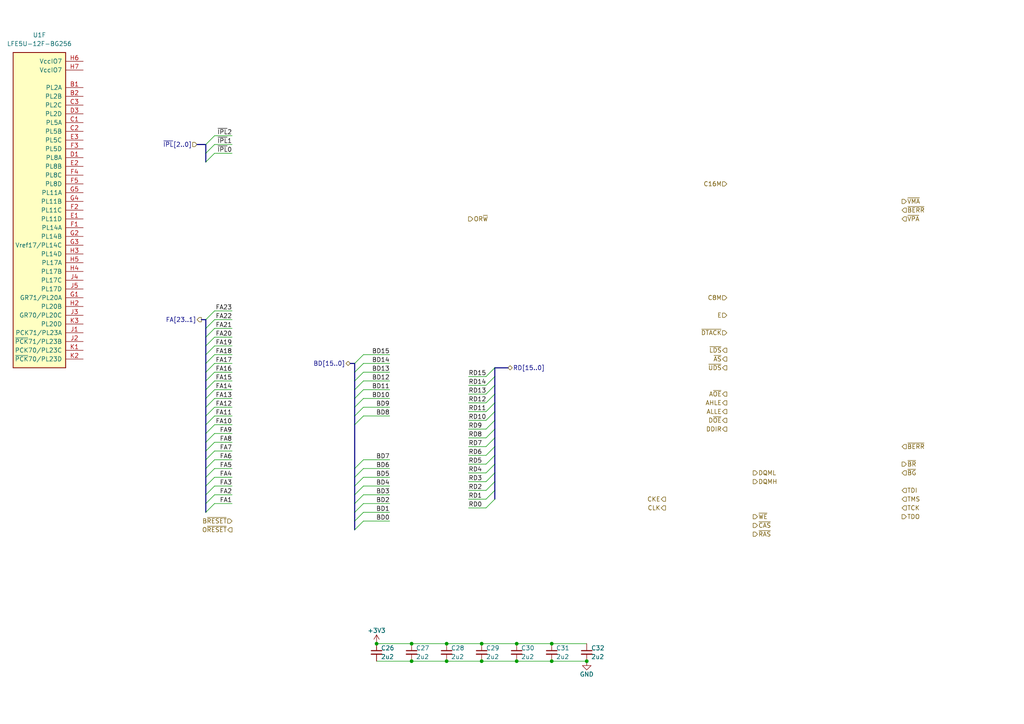
<source format=kicad_sch>
(kicad_sch (version 20230121) (generator eeschema)
  (paper "A4")
  (lib_symbols
    (symbol "Device:C_Small" (pin_numbers hide) (pin_names (offset 0.254) hide)
      (property "Reference" "C" (at 0.254 1.778 0))
      (property "Value" "C_Small" (at 0.254 -2.032 0))
      (symbol "C_Small_0_1"
        (polyline (pts (xy -1.524 -0.508) (xy 1.524 -0.508)) (stroke (width 0.3302)))
        (polyline (pts (xy -1.524 0.508) (xy 1.524 0.508)) (stroke (width 0.3048)))
      )
      (symbol "C_Small_1_1"
        (pin passive line (at 0 2.54 270) (length 2.032) (name "~") (number "1"))
        (pin passive line (at 0 -2.54 90) (length 2.032) (name "~") (number "2"))
      )
    )
    (symbol "GW_PLD:LFE5U-12F-BG256" (pin_names (offset 1.016))
      (property "Reference" "U" (at 0 19.05 0))
      (property "Value" "LFE5U-12F-BG256" (at -3.81 16.51 90))
      (symbol "LFE5U-12F-BG256_1_1"
        (rectangle (start 12.7 17.78) (end -2.54 -53.34) (stroke (width 0.254)) (fill (type background)))
        (pin bidirectional line (at 17.78 7.62 180) (length 5.08) (name "PT4A") (number "A2"))
        (pin bidirectional line (at 17.78 2.54 180) (length 5.08) (name "PT6A") (number "A3"))
        (pin bidirectional line (at 17.78 0 180) (length 5.08) (name "PT6B") (number "A4"))
        (pin bidirectional line (at 17.78 -22.86 180) (length 5.08) (name "PT18A") (number "A5"))
        (pin bidirectional line (at 17.78 -25.4 180) (length 5.08) (name "PT18B") (number "A6"))
        (pin bidirectional line (at 17.78 -48.26 180) (length 5.08) (name "PCK00/PT29A") (number "A7"))
        (pin bidirectional line (at 17.78 -50.8 180) (length 5.08) (name "~{PCK}00/PT29B") (number "A8"))
        (pin bidirectional line (at 17.78 5.08 180) (length 5.08) (name "PT4B") (number "B3"))
        (pin bidirectional line (at 17.78 -10.16 180) (length 5.08) (name "PT11B") (number "B4"))
        (pin bidirectional line (at 17.78 -20.32 180) (length 5.08) (name "PT15B") (number "B5"))
        (pin bidirectional line (at 17.78 -35.56 180) (length 5.08) (name "PT22B") (number "B6"))
        (pin bidirectional line (at 17.78 -45.72 180) (length 5.08) (name "~{PCK}01/PT27B") (number "B7"))
        (pin bidirectional line (at 17.78 -7.62 180) (length 5.08) (name "PT11A") (number "C4"))
        (pin bidirectional line (at 17.78 -17.78 180) (length 5.08) (name "PT15A") (number "C5"))
        (pin bidirectional line (at 17.78 -33.02 180) (length 5.08) (name "PT22A") (number "C6"))
        (pin bidirectional line (at 17.78 -43.18 180) (length 5.08) (name "PCK01/PT27A") (number "C7"))
        (pin bidirectional line (at 17.78 -5.08 180) (length 5.08) (name "PT9B") (number "D4"))
        (pin bidirectional line (at 17.78 -15.24 180) (length 5.08) (name "PT13B") (number "D5"))
        (pin bidirectional line (at 17.78 -30.48 180) (length 5.08) (name "PT20B") (number "D6"))
        (pin bidirectional line (at 17.78 -40.64 180) (length 5.08) (name "GR01/PT24B") (number "D7"))
        (pin bidirectional line (at 17.78 -2.54 180) (length 5.08) (name "PT9A") (number "E4"))
        (pin bidirectional line (at 17.78 -12.7 180) (length 5.08) (name "PT13A") (number "E5"))
        (pin bidirectional line (at 17.78 -27.94 180) (length 5.08) (name "PT20A") (number "E6"))
        (pin bidirectional line (at 17.78 -38.1 180) (length 5.08) (name "GR00/PT24A") (number "E7"))
        (pin power_in line (at 17.78 15.24 180) (length 5.08) (name "VccIO0") (number "F6"))
        (pin power_in line (at 17.78 12.7 180) (length 5.08) (name "VccIO0") (number "F7"))
      )
      (symbol "LFE5U-12F-BG256_2_1"
        (rectangle (start 12.7 -73.66) (end -2.54 17.78) (stroke (width 0.254)) (fill (type background)))
        (pin bidirectional line (at 17.78 -15.24 180) (length 5.08) (name "PT42B") (number "A10"))
        (pin bidirectional line (at 17.78 -38.1 180) (length 5.08) (name "PT53A") (number "A11"))
        (pin bidirectional line (at 17.78 -40.64 180) (length 5.08) (name "PT53B") (number "A12"))
        (pin bidirectional line (at 17.78 -63.5 180) (length 5.08) (name "PT65A") (number "A13"))
        (pin bidirectional line (at 17.78 -66.04 180) (length 5.08) (name "PT65B") (number "A14"))
        (pin bidirectional line (at 17.78 -71.12 180) (length 5.08) (name "PT67B") (number "A15"))
        (pin bidirectional line (at 17.78 -12.7 180) (length 5.08) (name "PT42A") (number "A9"))
        (pin bidirectional line (at 17.78 -17.78 180) (length 5.08) (name "PT44A") (number "B10"))
        (pin bidirectional line (at 17.78 -27.94 180) (length 5.08) (name "PT49A") (number "B11"))
        (pin bidirectional line (at 17.78 -43.18 180) (length 5.08) (name "PT56A") (number "B12"))
        (pin bidirectional line (at 17.78 -53.34 180) (length 5.08) (name "PT60A") (number "B13"))
        (pin bidirectional line (at 17.78 -68.58 180) (length 5.08) (name "PT67A") (number "B14"))
        (pin bidirectional line (at 17.78 0 180) (length 5.08) (name "~{PCK}10/PT35B") (number "B8"))
        (pin bidirectional line (at 17.78 -2.54 180) (length 5.08) (name "GR10/PT38A") (number "B9"))
        (pin bidirectional line (at 17.78 -20.32 180) (length 5.08) (name "PT44B") (number "C10"))
        (pin bidirectional line (at 17.78 -30.48 180) (length 5.08) (name "PT49B") (number "C11"))
        (pin bidirectional line (at 17.78 -45.72 180) (length 5.08) (name "PT56B") (number "C12"))
        (pin bidirectional line (at 17.78 -55.88 180) (length 5.08) (name "PT60B") (number "C13"))
        (pin bidirectional line (at 17.78 2.54 180) (length 5.08) (name "PCK10/PT35A") (number "C8"))
        (pin bidirectional line (at 17.78 -5.08 180) (length 5.08) (name "GR11/PT38B") (number "C9"))
        (pin bidirectional line (at 17.78 -22.86 180) (length 5.08) (name "PT47A") (number "D10"))
        (pin bidirectional line (at 17.78 -33.02 180) (length 5.08) (name "PT51A") (number "D11"))
        (pin bidirectional line (at 17.78 -48.26 180) (length 5.08) (name "PT58A") (number "D12"))
        (pin bidirectional line (at 17.78 -58.42 180) (length 5.08) (name "PT62A") (number "D13"))
        (pin bidirectional line (at 17.78 5.08 180) (length 5.08) (name "~{PCK}11/PT33B") (number "D8"))
        (pin bidirectional line (at 17.78 -7.62 180) (length 5.08) (name "PT40A") (number "D9"))
        (pin bidirectional line (at 17.78 -25.4 180) (length 5.08) (name "PT47B") (number "E10"))
        (pin bidirectional line (at 17.78 -35.56 180) (length 5.08) (name "PT51B") (number "E11"))
        (pin bidirectional line (at 17.78 -50.8 180) (length 5.08) (name "PT58B") (number "E12"))
        (pin bidirectional line (at 17.78 -60.96 180) (length 5.08) (name "PT62B") (number "E13"))
        (pin bidirectional line (at 17.78 7.62 180) (length 5.08) (name "PCK11/PT33A") (number "E8"))
        (pin bidirectional line (at 17.78 -10.16 180) (length 5.08) (name "PT40B") (number "E9"))
        (pin power_in line (at 17.78 15.24 180) (length 5.08) (name "VccIO1") (number "F10"))
        (pin power_in line (at 17.78 12.7 180) (length 5.08) (name "VccIO1") (number "F11"))
      )
      (symbol "LFE5U-12F-BG256_3_1"
        (rectangle (start -2.54 17.78) (end 12.7 -73.66) (stroke (width 0.254)) (fill (type background)))
        (pin bidirectional line (at 17.78 5.08 180) (length 5.08) (name "S0_IN/PR2B") (number "B15"))
        (pin bidirectional line (at 17.78 7.62 180) (length 5.08) (name "PR2A") (number "B16"))
        (pin bidirectional line (at 17.78 2.54 180) (length 5.08) (name "PR2C") (number "C14"))
        (pin bidirectional line (at 17.78 -5.08 180) (length 5.08) (name "PR5B") (number "C15"))
        (pin bidirectional line (at 17.78 -2.54 180) (length 5.08) (name "PR5A") (number "C16"))
        (pin bidirectional line (at 17.78 0 180) (length 5.08) (name "PR2D") (number "D14"))
        (pin bidirectional line (at 17.78 -12.7 180) (length 5.08) (name "PR8A") (number "D16"))
        (pin bidirectional line (at 17.78 -7.62 180) (length 5.08) (name "PR5C") (number "E14"))
        (pin bidirectional line (at 17.78 -15.24 180) (length 5.08) (name "PR8B") (number "E15"))
        (pin bidirectional line (at 17.78 -30.48 180) (length 5.08) (name "PR11D") (number "E16"))
        (pin bidirectional line (at 17.78 -20.32 180) (length 5.08) (name "PR8D") (number "F12"))
        (pin bidirectional line (at 17.78 -17.78 180) (length 5.08) (name "PR8C") (number "F13"))
        (pin bidirectional line (at 17.78 -10.16 180) (length 5.08) (name "PR5D") (number "F14"))
        (pin bidirectional line (at 17.78 -27.94 180) (length 5.08) (name "PR11C") (number "F15"))
        (pin bidirectional line (at 17.78 -33.02 180) (length 5.08) (name "PR14A") (number "F16"))
        (pin bidirectional line (at 17.78 -22.86 180) (length 5.08) (name "PR11A") (number "G12"))
        (pin bidirectional line (at 17.78 -25.4 180) (length 5.08) (name "PR11B") (number "G13"))
        (pin bidirectional line (at 17.78 -38.1 180) (length 5.08) (name "Vref12/PR14C") (number "G14"))
        (pin bidirectional line (at 17.78 -35.56 180) (length 5.08) (name "PR14B") (number "G15"))
        (pin bidirectional line (at 17.78 -53.34 180) (length 5.08) (name "GR21/PR20A") (number "G16"))
        (pin power_in line (at 17.78 15.24 180) (length 5.08) (name "VccIO2") (number "H11"))
        (pin bidirectional line (at 17.78 -43.18 180) (length 5.08) (name "PR17A") (number "H12"))
        (pin bidirectional line (at 17.78 -45.72 180) (length 5.08) (name "PR17B") (number "H13"))
        (pin bidirectional line (at 17.78 -40.64 180) (length 5.08) (name "PR14D") (number "H14"))
        (pin bidirectional line (at 17.78 -55.88 180) (length 5.08) (name "PR20B") (number "H15"))
        (pin power_in line (at 17.78 12.7 180) (length 5.08) (name "VccIO2") (number "J11"))
        (pin bidirectional line (at 17.78 -50.8 180) (length 5.08) (name "PR17D") (number "J12"))
        (pin bidirectional line (at 17.78 -48.26 180) (length 5.08) (name "PR17C") (number "J13"))
        (pin bidirectional line (at 17.78 -58.42 180) (length 5.08) (name "GR20/PR20C") (number "J14"))
        (pin bidirectional line (at 17.78 -66.04 180) (length 5.08) (name "~{PCK}21/PR23B") (number "J15"))
        (pin bidirectional line (at 17.78 -63.5 180) (length 5.08) (name "PCK21/PR23A") (number "J16"))
        (pin bidirectional line (at 17.78 -60.96 180) (length 5.08) (name "PR20D") (number "K14"))
        (pin bidirectional line (at 17.78 -71.12 180) (length 5.08) (name "~{PCK}20/PR23D") (number "K15"))
        (pin bidirectional line (at 17.78 -68.58 180) (length 5.08) (name "PCK20/PR23C") (number "K16"))
      )
      (symbol "LFE5U-12F-BG256_4_1"
        (rectangle (start -2.54 17.78) (end 12.7 -73.66) (stroke (width 0.254)) (fill (type background)))
        (pin power_in line (at 17.78 15.24 180) (length 5.08) (name "VccIO3") (number "K11"))
        (pin bidirectional line (at 17.78 -5.08 180) (length 5.08) (name "PR29B") (number "K12"))
        (pin bidirectional line (at 17.78 -2.54 180) (length 5.08) (name "GR30/PR29A") (number "K13"))
        (pin power_in line (at 17.78 12.7 180) (length 5.08) (name "VccIO3") (number "L11"))
        (pin bidirectional line (at 17.78 -10.16 180) (length 5.08) (name "PR29D") (number "L12"))
        (pin bidirectional line (at 17.78 -7.62 180) (length 5.08) (name "GR31/PR26C") (number "L13"))
        (pin bidirectional line (at 17.78 -17.78 180) (length 5.08) (name "PR32C") (number "L14"))
        (pin bidirectional line (at 17.78 5.08 180) (length 5.08) (name "~{PCK}31/PR26B") (number "L15"))
        (pin bidirectional line (at 17.78 7.62 180) (length 5.08) (name "PCK31/PR26A") (number "L16"))
        (pin bidirectional line (at 17.78 -63.5 180) (length 5.08) (name "PR47A") (number "M11"))
        (pin bidirectional line (at 17.78 -58.42 180) (length 5.08) (name "PR44C") (number "M12"))
        (pin bidirectional line (at 17.78 -27.94 180) (length 5.08) (name "PR35C") (number "M13"))
        (pin bidirectional line (at 17.78 -20.32 180) (length 5.08) (name "PR32D") (number "M14"))
        (pin bidirectional line (at 17.78 0 180) (length 5.08) (name "~{PCK}30/PR26D") (number "M15"))
        (pin bidirectional line (at 17.78 2.54 180) (length 5.08) (name "PCK30/PR26C") (number "M16"))
        (pin bidirectional line (at 17.78 -66.04 180) (length 5.08) (name "PR47B") (number "N11"))
        (pin bidirectional line (at 17.78 -60.96 180) (length 5.08) (name "PR44D") (number "N12"))
        (pin bidirectional line (at 17.78 -33.02 180) (length 5.08) (name "PR38A") (number "N13"))
        (pin bidirectional line (at 17.78 -30.48 180) (length 5.08) (name "PR35D") (number "N14"))
        (pin bidirectional line (at 17.78 -12.7 180) (length 5.08) (name "PR32A") (number "N16"))
        (pin bidirectional line (at 17.78 -68.58 180) (length 5.08) (name "RPLL0/PR47C") (number "P11"))
        (pin bidirectional line (at 17.78 -71.12 180) (length 5.08) (name "~{RPLL}0/PR47D") (number "P12"))
        (pin bidirectional line (at 17.78 -43.18 180) (length 5.08) (name "PR41A") (number "P13"))
        (pin bidirectional line (at 17.78 -35.56 180) (length 5.08) (name "PR38B") (number "P14"))
        (pin bidirectional line (at 17.78 -15.24 180) (length 5.08) (name "PR32B") (number "P15"))
        (pin bidirectional line (at 17.78 -22.86 180) (length 5.08) (name "PR35A") (number "P16"))
        (pin bidirectional line (at 17.78 -53.34 180) (length 5.08) (name "PR44A") (number "R12"))
        (pin bidirectional line (at 17.78 -48.26 180) (length 5.08) (name "PR41C") (number "R13"))
        (pin bidirectional line (at 17.78 -45.72 180) (length 5.08) (name "PR41B") (number "R14"))
        (pin bidirectional line (at 17.78 -38.1 180) (length 5.08) (name "PR38C") (number "R15"))
        (pin bidirectional line (at 17.78 -25.4 180) (length 5.08) (name "Vref13/PR35B") (number "R16"))
        (pin bidirectional line (at 17.78 -55.88 180) (length 5.08) (name "PR44B") (number "T13"))
        (pin bidirectional line (at 17.78 -50.8 180) (length 5.08) (name "PR41D") (number "T14"))
        (pin bidirectional line (at 17.78 -40.64 180) (length 5.08) (name "PR38D") (number "T15"))
      )
      (symbol "LFE5U-12F-BG256_5_1"
        (rectangle (start -2.54 17.78) (end 12.7 -73.66) (stroke (width 0.254)) (fill (type background)))
        (pin power_in line (at 17.78 15.24 180) (length 5.08) (name "VccIO6") (number "J6"))
        (pin power_in line (at 17.78 12.7 180) (length 5.08) (name "VccIO6") (number "J7"))
        (pin bidirectional line (at 17.78 -2.54 180) (length 5.08) (name "GR60/PL29A") (number "K4"))
        (pin bidirectional line (at 17.78 -5.08 180) (length 5.08) (name "PL29B") (number "K5"))
        (pin bidirectional line (at 17.78 7.62 180) (length 5.08) (name "PCK61/PL26A") (number "L1"))
        (pin bidirectional line (at 17.78 5.08 180) (length 5.08) (name "~{PCK}61/PL26B") (number "L2"))
        (pin bidirectional line (at 17.78 -17.78 180) (length 5.08) (name "PL32C") (number "L3"))
        (pin bidirectional line (at 17.78 -7.62 180) (length 5.08) (name "GR61/PL29C") (number "L4"))
        (pin bidirectional line (at 17.78 -10.16 180) (length 5.08) (name "PL29D") (number "L5"))
        (pin bidirectional line (at 17.78 2.54 180) (length 5.08) (name "PCK60/PL26C") (number "M1"))
        (pin bidirectional line (at 17.78 0 180) (length 5.08) (name "~{PCK}60/PL26D") (number "M2"))
        (pin bidirectional line (at 17.78 -20.32 180) (length 5.08) (name "PL32D") (number "M3"))
        (pin bidirectional line (at 17.78 -27.94 180) (length 5.08) (name "PL35C") (number "M4"))
        (pin bidirectional line (at 17.78 -58.42 180) (length 5.08) (name "PL44C") (number "M5"))
        (pin bidirectional line (at 17.78 -63.5 180) (length 5.08) (name "PL47A") (number "M6"))
        (pin bidirectional line (at 17.78 -12.7 180) (length 5.08) (name "PL32A") (number "N1"))
        (pin bidirectional line (at 17.78 -30.48 180) (length 5.08) (name "PL35D") (number "N3"))
        (pin bidirectional line (at 17.78 -33.02 180) (length 5.08) (name "PL38A") (number "N4"))
        (pin bidirectional line (at 17.78 -60.96 180) (length 5.08) (name "PL44D") (number "N5"))
        (pin bidirectional line (at 17.78 -66.04 180) (length 5.08) (name "PL47B") (number "N6"))
        (pin bidirectional line (at 17.78 -22.86 180) (length 5.08) (name "PL35A") (number "P1"))
        (pin bidirectional line (at 17.78 -15.24 180) (length 5.08) (name "PL32B") (number "P2"))
        (pin bidirectional line (at 17.78 -35.56 180) (length 5.08) (name "PL38B") (number "P3"))
        (pin bidirectional line (at 17.78 -43.18 180) (length 5.08) (name "PL41A") (number "P4"))
        (pin bidirectional line (at 17.78 -71.12 180) (length 5.08) (name "~{RPLL}0/PL47D") (number "P5"))
        (pin bidirectional line (at 17.78 -68.58 180) (length 5.08) (name "RPLL0/PL47C") (number "P6"))
        (pin bidirectional line (at 17.78 -25.4 180) (length 5.08) (name "Vref16/PL35B") (number "R1"))
        (pin bidirectional line (at 17.78 -38.1 180) (length 5.08) (name "PL38C") (number "R2"))
        (pin bidirectional line (at 17.78 -45.72 180) (length 5.08) (name "PL41B") (number "R3"))
        (pin bidirectional line (at 17.78 -48.26 180) (length 5.08) (name "PL41C") (number "R4"))
        (pin bidirectional line (at 17.78 -53.34 180) (length 5.08) (name "PL44A") (number "R5"))
        (pin bidirectional line (at 17.78 -40.64 180) (length 5.08) (name "PL38D") (number "T2"))
        (pin bidirectional line (at 17.78 -50.8 180) (length 5.08) (name "PL41D") (number "T3"))
        (pin bidirectional line (at 17.78 -55.88 180) (length 5.08) (name "PL44B") (number "T4"))
      )
      (symbol "LFE5U-12F-BG256_6_1"
        (rectangle (start -2.54 17.78) (end 12.7 -73.66) (stroke (width 0.254)) (fill (type background)))
        (pin bidirectional line (at 17.78 7.62 180) (length 5.08) (name "PL2A") (number "B1"))
        (pin bidirectional line (at 17.78 5.08 180) (length 5.08) (name "PL2B") (number "B2"))
        (pin bidirectional line (at 17.78 -2.54 180) (length 5.08) (name "PL5A") (number "C1"))
        (pin bidirectional line (at 17.78 -5.08 180) (length 5.08) (name "PL5B") (number "C2"))
        (pin bidirectional line (at 17.78 2.54 180) (length 5.08) (name "PL2C") (number "C3"))
        (pin bidirectional line (at 17.78 -12.7 180) (length 5.08) (name "PL8A") (number "D1"))
        (pin bidirectional line (at 17.78 0 180) (length 5.08) (name "PL2D") (number "D3"))
        (pin bidirectional line (at 17.78 -30.48 180) (length 5.08) (name "PL11D") (number "E1"))
        (pin bidirectional line (at 17.78 -15.24 180) (length 5.08) (name "PL8B") (number "E2"))
        (pin bidirectional line (at 17.78 -7.62 180) (length 5.08) (name "PL5C") (number "E3"))
        (pin bidirectional line (at 17.78 -33.02 180) (length 5.08) (name "PL14A") (number "F1"))
        (pin bidirectional line (at 17.78 -27.94 180) (length 5.08) (name "PL11C") (number "F2"))
        (pin bidirectional line (at 17.78 -10.16 180) (length 5.08) (name "PL5D") (number "F3"))
        (pin bidirectional line (at 17.78 -17.78 180) (length 5.08) (name "PL8C") (number "F4"))
        (pin bidirectional line (at 17.78 -20.32 180) (length 5.08) (name "PL8D") (number "F5"))
        (pin bidirectional line (at 17.78 -53.34 180) (length 5.08) (name "GR71/PL20A") (number "G1"))
        (pin bidirectional line (at 17.78 -35.56 180) (length 5.08) (name "PL14B") (number "G2"))
        (pin bidirectional line (at 17.78 -38.1 180) (length 5.08) (name "Vref17/PL14C") (number "G3"))
        (pin bidirectional line (at 17.78 -25.4 180) (length 5.08) (name "PL11B") (number "G4"))
        (pin bidirectional line (at 17.78 -22.86 180) (length 5.08) (name "PL11A") (number "G5"))
        (pin bidirectional line (at 17.78 -55.88 180) (length 5.08) (name "PL20B") (number "H2"))
        (pin bidirectional line (at 17.78 -40.64 180) (length 5.08) (name "PL14D") (number "H3"))
        (pin bidirectional line (at 17.78 -45.72 180) (length 5.08) (name "PL17B") (number "H4"))
        (pin bidirectional line (at 17.78 -43.18 180) (length 5.08) (name "PL17A") (number "H5"))
        (pin power_in line (at 17.78 15.24 180) (length 5.08) (name "VccIO7") (number "H6"))
        (pin power_in line (at 17.78 12.7 180) (length 5.08) (name "VccIO7") (number "H7"))
        (pin bidirectional line (at 17.78 -63.5 180) (length 5.08) (name "PCK71/PL23A") (number "J1"))
        (pin bidirectional line (at 17.78 -66.04 180) (length 5.08) (name "~{PCK}71/PL23B") (number "J2"))
        (pin bidirectional line (at 17.78 -58.42 180) (length 5.08) (name "GR70/PL20C") (number "J3"))
        (pin bidirectional line (at 17.78 -48.26 180) (length 5.08) (name "PL17C") (number "J4"))
        (pin bidirectional line (at 17.78 -50.8 180) (length 5.08) (name "PL17D") (number "J5"))
        (pin bidirectional line (at 17.78 -68.58 180) (length 5.08) (name "PCK70/PL23C") (number "K1"))
        (pin bidirectional line (at 17.78 -71.12 180) (length 5.08) (name "~{PCK}70/PL23D") (number "K2"))
        (pin bidirectional line (at 17.78 -60.96 180) (length 5.08) (name "PL20D") (number "K3"))
      )
      (symbol "LFE5U-12F-BG256_7_1"
        (rectangle (start -2.54 17.78) (end 12.7 -50.8) (stroke (width 0.254)) (fill (type background)))
        (pin power_in line (at 17.78 15.24 180) (length 5.08) (name "VccIO8") (number "L6"))
        (pin output line (at 17.78 -40.64 180) (length 5.08) (name "TDO") (number "M10"))
        (pin bidirectional line (at 17.78 -2.54 180) (length 5.08) (name "PB9B/D2") (number "M7"))
        (pin bidirectional line (at 17.78 -17.78 180) (length 5.08) (name "~{CSO}/PB15B") (number "M8"))
        (pin bidirectional line (at 17.78 -20.32 180) (length 5.08) (name "~{WRITE}/PB18A") (number "M9"))
        (pin input line (at 17.78 -33.02 180) (length 5.08) (name "CFG0") (number "N10"))
        (pin bidirectional line (at 17.78 0 180) (length 5.08) (name "PB9A/D3") (number "N7"))
        (pin bidirectional line (at 17.78 -15.24 180) (length 5.08) (name "M~{CS}/PB15A") (number "N8"))
        (pin bidirectional line (at 17.78 -25.4 180) (length 5.08) (name "CCLK") (number "N9"))
        (pin input line (at 17.78 -35.56 180) (length 5.08) (name "CFG1") (number "P10"))
        (pin bidirectional line (at 17.78 2.54 180) (length 5.08) (name "MOSI2/PB6B") (number "P7"))
        (pin bidirectional line (at 17.78 -12.7 180) (length 5.08) (name "S~{CS}1/PB13B") (number "P8"))
        (pin open_collector line (at 17.78 -30.48 180) (length 5.08) (name "DONE") (number "P9"))
        (pin input line (at 17.78 -38.1 180) (length 5.08) (name "CFG2") (number "R10"))
        (pin input line (at 17.78 -45.72 180) (length 5.08) (name "TDI") (number "R11"))
        (pin bidirectional line (at 17.78 7.62 180) (length 5.08) (name "PB4B") (number "R6"))
        (pin bidirectional line (at 17.78 5.08 180) (length 5.08) (name "MISO2/PB6A") (number "R7"))
        (pin bidirectional line (at 17.78 -10.16 180) (length 5.08) (name "S~{CS}/PB13A") (number "R8"))
        (pin input line (at 17.78 -27.94 180) (length 5.08) (name "~{PROGRAM}") (number "R9"))
        (pin input line (at 17.78 -43.18 180) (length 5.08) (name "TCK") (number "T10"))
        (pin input line (at 17.78 -48.26 180) (length 5.08) (name "TMS") (number "T11"))
        (pin bidirectional line (at 17.78 10.16 180) (length 5.08) (name "PB4A") (number "T6"))
        (pin bidirectional line (at 17.78 -5.08 180) (length 5.08) (name "MISO/PB11A") (number "T7"))
        (pin bidirectional line (at 17.78 -7.62 180) (length 5.08) (name "MOSI/PB11B") (number "T8"))
        (pin open_collector line (at 17.78 -22.86 180) (length 5.08) (name "~{INIT}") (number "T9"))
      )
      (symbol "LFE5U-12F-BG256_8_1"
        (rectangle (start 7.62 -78.74) (end -2.54 17.78) (stroke (width 0.254)) (fill (type background)))
        (pin power_in line (at 12.7 -71.12 180) (length 5.08) (name "GND") (number "A1"))
        (pin power_in line (at 12.7 -10.16 180) (length 5.08) (name "GND") (number "A16"))
        (pin power_in line (at 12.7 -17.78 180) (length 5.08) (name "GND") (number "D15"))
        (pin power_in line (at 12.7 -66.04 180) (length 5.08) (name "GND") (number "D2"))
        (pin power_in line (at 12.7 -45.72 180) (length 5.08) (name "GND") (number "F8"))
        (pin power_in line (at 12.7 -40.64 180) (length 5.08) (name "GND") (number "F9"))
        (pin power_in line (at 12.7 -25.4 180) (length 5.08) (name "GND") (number "G10"))
        (pin power_in line (at 12.7 15.24 180) (length 5.08) (name "VccAUX") (number "G11"))
        (pin power_in line (at 12.7 -5.08 180) (length 5.08) (name "Vcc") (number "G6"))
        (pin power_in line (at 12.7 -2.54 180) (length 5.08) (name "Vcc") (number "G7"))
        (pin power_in line (at 12.7 -48.26 180) (length 5.08) (name "GND") (number "G8"))
        (pin power_in line (at 12.7 5.08 180) (length 5.08) (name "Vcc") (number "G9"))
        (pin power_in line (at 12.7 -73.66 180) (length 5.08) (name "GND") (number "H1"))
        (pin power_in line (at 12.7 -27.94 180) (length 5.08) (name "GND") (number "H10"))
        (pin power_in line (at 12.7 -12.7 180) (length 5.08) (name "GND") (number "H16"))
        (pin power_in line (at 12.7 -50.8 180) (length 5.08) (name "GND") (number "H8"))
        (pin power_in line (at 12.7 -35.56 180) (length 5.08) (name "GND") (number "H9"))
        (pin power_in line (at 12.7 -30.48 180) (length 5.08) (name "GND") (number "J10"))
        (pin power_in line (at 12.7 -53.34 180) (length 5.08) (name "GND") (number "J8"))
        (pin power_in line (at 12.7 -38.1 180) (length 5.08) (name "GND") (number "J9"))
        (pin power_in line (at 12.7 -33.02 180) (length 5.08) (name "GND") (number "K10"))
        (pin power_in line (at 12.7 -60.96 180) (length 5.08) (name "GND") (number "K6"))
        (pin power_in line (at 12.7 -58.42 180) (length 5.08) (name "GND") (number "K7"))
        (pin power_in line (at 12.7 -55.88 180) (length 5.08) (name "GND") (number "K8"))
        (pin power_in line (at 12.7 -43.18 180) (length 5.08) (name "GND") (number "K9"))
        (pin power_in line (at 12.7 7.62 180) (length 5.08) (name "Vcc") (number "L10"))
        (pin power_in line (at 12.7 12.7 180) (length 5.08) (name "VccAUX") (number "L7"))
        (pin power_in line (at 12.7 0 180) (length 5.08) (name "Vcc") (number "L8"))
        (pin power_in line (at 12.7 2.54 180) (length 5.08) (name "Vcc") (number "L9"))
        (pin power_in line (at 12.7 -20.32 180) (length 5.08) (name "GND") (number "N15"))
        (pin power_in line (at 12.7 -68.58 180) (length 5.08) (name "GND") (number "N2"))
        (pin power_in line (at 12.7 -76.2 180) (length 5.08) (name "GND") (number "T1"))
        (pin power_in line (at 12.7 -22.86 180) (length 5.08) (name "GND") (number "T12"))
        (pin power_in line (at 12.7 -15.24 180) (length 5.08) (name "GND") (number "T16"))
        (pin power_in line (at 12.7 -63.5 180) (length 5.08) (name "GND") (number "T5"))
      )
    )
    (symbol "power:+3V3" (power) (pin_names (offset 0))
      (property "Value" "+3V3" (at 0 3.556 0))
      (symbol "+3V3_0_1"
        (polyline (pts (xy -0.762 1.27) (xy 0 2.54)))
        (polyline (pts (xy 0 0) (xy 0 2.54)))
        (polyline (pts (xy 0 2.54) (xy 0.762 1.27)))
      )
      (symbol "+3V3_1_1"
        (pin power_in line (at 0 0 90) (length 0) hide (name "+3V3") (number "1"))
      )
    )
    (symbol "power:GND" (power) (pin_names (offset 0))
      (property "Value" "GND" (at 0 -3.81 0))
      (symbol "GND_0_1"
        (polyline (pts (xy 0 0) (xy 0 -1.27) (xy 1.27 -1.27) (xy 0 -2.54) (xy -1.27 -1.27) (xy 0 -1.27)))
      )
      (symbol "GND_1_1"
        (pin power_in line (at 0 0 270) (length 0) hide (name "GND") (number "1"))
      )
    )
  )
  (junction (at 119.38 191.77))
  (junction (at 129.54 191.77))
  (junction (at 139.7 191.77))
  (junction (at 139.7 186.69))
  (junction (at 119.38 186.69))
  (junction (at 160.02 186.69))
  (junction (at 109.22 186.69))
  (junction (at 149.86 191.77))
  (junction (at 149.86 186.69))
  (junction (at 170.18 191.77))
  (junction (at 160.02 191.77))
  (junction (at 129.54 186.69))
  (bus_entry (at 140.97 127) (size 2.54 -2.54))
  (bus_entry (at 62.23 128.27) (size -2.54 2.54))
  (bus_entry (at 140.97 116.84) (size 2.54 -2.54))
  (bus_entry (at 140.97 121.92) (size 2.54 -2.54))
  (bus_entry (at 62.23 120.65) (size -2.54 2.54))
  (bus_entry (at 62.23 115.57) (size -2.54 2.54))
  (bus_entry (at 140.97 114.3) (size 2.54 -2.54))
  (bus_entry (at 62.23 113.03) (size -2.54 2.54))
  (bus_entry (at 105.41 135.89) (size -2.54 2.54))
  (bus_entry (at 140.97 119.38) (size 2.54 -2.54))
  (bus_entry (at 62.23 95.25) (size -2.54 2.54))
  (bus_entry (at 105.41 118.11) (size -2.54 2.54))
  (bus_entry (at 62.23 100.33) (size -2.54 2.54))
  (bus_entry (at 105.41 107.95) (size -2.54 2.54))
  (bus_entry (at 105.41 115.57) (size -2.54 2.54))
  (bus_entry (at 105.41 102.87) (size -2.54 2.54))
  (bus_entry (at 105.41 105.41) (size -2.54 2.54))
  (bus_entry (at 62.23 130.81) (size -2.54 2.54))
  (bus_entry (at 62.23 39.37) (size -2.54 2.54))
  (bus_entry (at 105.41 120.65) (size -2.54 2.54))
  (bus_entry (at 62.23 102.87) (size -2.54 2.54))
  (bus_entry (at 140.97 142.24) (size 2.54 -2.54))
  (bus_entry (at 62.23 92.71) (size -2.54 2.54))
  (bus_entry (at 105.41 140.97) (size -2.54 2.54))
  (bus_entry (at 62.23 44.45) (size -2.54 2.54))
  (bus_entry (at 105.41 133.35) (size -2.54 2.54))
  (bus_entry (at 62.23 107.95) (size -2.54 2.54))
  (bus_entry (at 105.41 138.43) (size -2.54 2.54))
  (bus_entry (at 62.23 140.97) (size -2.54 2.54))
  (bus_entry (at 62.23 125.73) (size -2.54 2.54))
  (bus_entry (at 140.97 124.46) (size 2.54 -2.54))
  (bus_entry (at 105.41 146.05) (size -2.54 2.54))
  (bus_entry (at 62.23 90.17) (size -2.54 2.54))
  (bus_entry (at 62.23 41.91) (size -2.54 2.54))
  (bus_entry (at 140.97 111.76) (size 2.54 -2.54))
  (bus_entry (at 140.97 132.08) (size 2.54 -2.54))
  (bus_entry (at 105.41 113.03) (size -2.54 2.54))
  (bus_entry (at 62.23 110.49) (size -2.54 2.54))
  (bus_entry (at 105.41 151.13) (size -2.54 2.54))
  (bus_entry (at 140.97 144.78) (size 2.54 -2.54))
  (bus_entry (at 140.97 129.54) (size 2.54 -2.54))
  (bus_entry (at 62.23 133.35) (size -2.54 2.54))
  (bus_entry (at 62.23 97.79) (size -2.54 2.54))
  (bus_entry (at 62.23 123.19) (size -2.54 2.54))
  (bus_entry (at 62.23 105.41) (size -2.54 2.54))
  (bus_entry (at 105.41 143.51) (size -2.54 2.54))
  (bus_entry (at 62.23 135.89) (size -2.54 2.54))
  (bus_entry (at 62.23 143.51) (size -2.54 2.54))
  (bus_entry (at 140.97 137.16) (size 2.54 -2.54))
  (bus_entry (at 62.23 146.05) (size -2.54 2.54))
  (bus_entry (at 140.97 139.7) (size 2.54 -2.54))
  (bus_entry (at 140.97 147.32) (size 2.54 -2.54))
  (bus_entry (at 105.41 148.59) (size -2.54 2.54))
  (bus_entry (at 105.41 110.49) (size -2.54 2.54))
  (bus_entry (at 62.23 138.43) (size -2.54 2.54))
  (bus_entry (at 140.97 134.62) (size 2.54 -2.54))
  (bus_entry (at 140.97 109.22) (size 2.54 -2.54))
  (bus_entry (at 62.23 118.11) (size -2.54 2.54))
  (wire (pts (xy 67.31 130.81) (xy 62.23 130.81)))
  (wire (pts (xy 113.03 138.43) (xy 105.41 138.43)))
  (bus (pts (xy 101.6 105.41) (xy 102.87 105.41)))
  (bus (pts (xy 59.69 120.65) (xy 59.69 123.19)))
  (wire (pts (xy 135.89 147.32) (xy 140.97 147.32)))
  (bus (pts (xy 59.69 110.49) (xy 59.69 113.03)))
  (wire (pts (xy 67.31 110.49) (xy 62.23 110.49)))
  (bus (pts (xy 102.87 110.49) (xy 102.87 113.03)))
  (bus (pts (xy 143.51 127) (xy 143.51 124.46)))
  (wire (pts (xy 113.03 113.03) (xy 105.41 113.03)))
  (wire (pts (xy 135.89 144.78) (xy 140.97 144.78)))
  (bus (pts (xy 59.69 95.25) (xy 59.69 97.79)))
  (bus (pts (xy 59.69 118.11) (xy 59.69 120.65)))
  (wire (pts (xy 109.22 186.69) (xy 119.38 186.69)))
  (bus (pts (xy 59.69 100.33) (xy 59.69 102.87)))
  (wire (pts (xy 135.89 114.3) (xy 140.97 114.3)))
  (wire (pts (xy 113.03 146.05) (xy 105.41 146.05)))
  (bus (pts (xy 102.87 113.03) (xy 102.87 115.57)))
  (wire (pts (xy 67.31 97.79) (xy 62.23 97.79)))
  (wire (pts (xy 135.89 121.92) (xy 140.97 121.92)))
  (wire (pts (xy 67.31 143.51) (xy 62.23 143.51)))
  (bus (pts (xy 102.87 118.11) (xy 102.87 120.65)))
  (wire (pts (xy 119.38 186.69) (xy 129.54 186.69)))
  (wire (pts (xy 67.31 140.97) (xy 62.23 140.97)))
  (wire (pts (xy 135.89 116.84) (xy 140.97 116.84)))
  (bus (pts (xy 59.69 105.41) (xy 59.69 107.95)))
  (wire (pts (xy 67.31 118.11) (xy 62.23 118.11)))
  (bus (pts (xy 59.69 128.27) (xy 59.69 130.81)))
  (bus (pts (xy 59.69 135.89) (xy 59.69 138.43)))
  (wire (pts (xy 160.02 186.69) (xy 170.18 186.69)))
  (bus (pts (xy 57.15 41.91) (xy 59.69 41.91)))
  (bus (pts (xy 143.51 116.84) (xy 143.51 114.3)))
  (bus (pts (xy 102.87 135.89) (xy 102.87 138.43)))
  (wire (pts (xy 67.31 39.37) (xy 62.23 39.37)))
  (bus (pts (xy 59.69 146.05) (xy 59.69 148.59)))
  (wire (pts (xy 139.7 191.77) (xy 149.86 191.77)))
  (bus (pts (xy 102.87 151.13) (xy 102.87 153.67)))
  (wire (pts (xy 67.31 120.65) (xy 62.23 120.65)))
  (wire (pts (xy 67.31 100.33) (xy 62.23 100.33)))
  (wire (pts (xy 113.03 140.97) (xy 105.41 140.97)))
  (wire (pts (xy 135.89 132.08) (xy 140.97 132.08)))
  (bus (pts (xy 59.69 41.91) (xy 59.69 44.45)))
  (bus (pts (xy 59.69 97.79) (xy 59.69 100.33)))
  (wire (pts (xy 67.31 102.87) (xy 62.23 102.87)))
  (bus (pts (xy 143.51 111.76) (xy 143.51 109.22)))
  (wire (pts (xy 135.89 142.24) (xy 140.97 142.24)))
  (bus (pts (xy 143.51 142.24) (xy 143.51 139.7)))
  (bus (pts (xy 59.69 133.35) (xy 59.69 135.89)))
  (bus (pts (xy 59.69 140.97) (xy 59.69 143.51)))
  (wire (pts (xy 135.89 124.46) (xy 140.97 124.46)))
  (wire (pts (xy 113.03 102.87) (xy 105.41 102.87)))
  (wire (pts (xy 67.31 41.91) (xy 62.23 41.91)))
  (wire (pts (xy 129.54 186.69) (xy 139.7 186.69)))
  (wire (pts (xy 160.02 191.77) (xy 170.18 191.77)))
  (wire (pts (xy 67.31 105.41) (xy 62.23 105.41)))
  (wire (pts (xy 135.89 127) (xy 140.97 127)))
  (wire (pts (xy 139.7 186.69) (xy 149.86 186.69)))
  (wire (pts (xy 113.03 115.57) (xy 105.41 115.57)))
  (wire (pts (xy 113.03 143.51) (xy 105.41 143.51)))
  (bus (pts (xy 143.51 119.38) (xy 143.51 116.84)))
  (wire (pts (xy 67.31 90.17) (xy 62.23 90.17)))
  (bus (pts (xy 59.69 138.43) (xy 59.69 140.97)))
  (wire (pts (xy 135.89 139.7) (xy 140.97 139.7)))
  (wire (pts (xy 149.86 186.69) (xy 160.02 186.69)))
  (wire (pts (xy 113.03 148.59) (xy 105.41 148.59)))
  (wire (pts (xy 113.03 133.35) (xy 105.41 133.35)))
  (wire (pts (xy 113.03 107.95) (xy 105.41 107.95)))
  (wire (pts (xy 135.89 111.76) (xy 140.97 111.76)))
  (bus (pts (xy 102.87 115.57) (xy 102.87 118.11)))
  (wire (pts (xy 149.86 191.77) (xy 160.02 191.77)))
  (wire (pts (xy 113.03 118.11) (xy 105.41 118.11)))
  (bus (pts (xy 143.51 124.46) (xy 143.51 121.92)))
  (bus (pts (xy 143.51 106.68) (xy 147.32 106.68)))
  (wire (pts (xy 113.03 110.49) (xy 105.41 110.49)))
  (bus (pts (xy 143.51 129.54) (xy 143.51 127)))
  (bus (pts (xy 102.87 148.59) (xy 102.87 151.13)))
  (bus (pts (xy 59.69 46.99) (xy 59.69 44.45)))
  (wire (pts (xy 67.31 125.73) (xy 62.23 125.73)))
  (bus (pts (xy 102.87 120.65) (xy 102.87 123.19)))
  (bus (pts (xy 102.87 146.05) (xy 102.87 148.59)))
  (wire (pts (xy 119.38 191.77) (xy 129.54 191.77)))
  (wire (pts (xy 67.31 138.43) (xy 62.23 138.43)))
  (bus (pts (xy 143.51 134.62) (xy 143.51 132.08)))
  (bus (pts (xy 59.69 102.87) (xy 59.69 105.41)))
  (wire (pts (xy 109.22 191.77) (xy 119.38 191.77)))
  (wire (pts (xy 113.03 105.41) (xy 105.41 105.41)))
  (bus (pts (xy 143.51 114.3) (xy 143.51 111.76)))
  (wire (pts (xy 135.89 119.38) (xy 140.97 119.38)))
  (bus (pts (xy 143.51 137.16) (xy 143.51 134.62)))
  (bus (pts (xy 58.42 92.71) (xy 59.69 92.71)))
  (bus (pts (xy 102.87 107.95) (xy 102.87 110.49)))
  (bus (pts (xy 59.69 130.81) (xy 59.69 133.35)))
  (bus (pts (xy 59.69 125.73) (xy 59.69 128.27)))
  (wire (pts (xy 67.31 115.57) (xy 62.23 115.57)))
  (wire (pts (xy 67.31 95.25) (xy 62.23 95.25)))
  (wire (pts (xy 113.03 120.65) (xy 105.41 120.65)))
  (wire (pts (xy 113.03 135.89) (xy 105.41 135.89)))
  (bus (pts (xy 102.87 123.19) (xy 102.87 135.89)))
  (wire (pts (xy 67.31 135.89) (xy 62.23 135.89)))
  (wire (pts (xy 67.31 128.27) (xy 62.23 128.27)))
  (wire (pts (xy 135.89 109.22) (xy 140.97 109.22)))
  (wire (pts (xy 67.31 123.19) (xy 62.23 123.19)))
  (wire (pts (xy 113.03 151.13) (xy 105.41 151.13)))
  (bus (pts (xy 143.51 109.22) (xy 143.51 106.68)))
  (bus (pts (xy 143.51 144.78) (xy 143.51 142.24)))
  (bus (pts (xy 143.51 121.92) (xy 143.51 119.38)))
  (bus (pts (xy 102.87 138.43) (xy 102.87 140.97)))
  (bus (pts (xy 59.69 113.03) (xy 59.69 115.57)))
  (wire (pts (xy 67.31 113.03) (xy 62.23 113.03)))
  (wire (pts (xy 135.89 137.16) (xy 140.97 137.16)))
  (bus (pts (xy 59.69 115.57) (xy 59.69 118.11)))
  (bus (pts (xy 143.51 139.7) (xy 143.51 137.16)))
  (wire (pts (xy 67.31 146.05) (xy 62.23 146.05)))
  (wire (pts (xy 67.31 107.95) (xy 62.23 107.95)))
  (bus (pts (xy 59.69 123.19) (xy 59.69 125.73)))
  (wire (pts (xy 135.89 129.54) (xy 140.97 129.54)))
  (bus (pts (xy 59.69 143.51) (xy 59.69 146.05)))
  (bus (pts (xy 59.69 107.95) (xy 59.69 110.49)))
  (wire (pts (xy 67.31 133.35) (xy 62.23 133.35)))
  (bus (pts (xy 102.87 140.97) (xy 102.87 143.51)))
  (bus (pts (xy 102.87 105.41) (xy 102.87 107.95)))
  (wire (pts (xy 135.89 134.62) (xy 140.97 134.62)))
  (bus (pts (xy 102.87 143.51) (xy 102.87 146.05)))
  (bus (pts (xy 59.69 92.71) (xy 59.69 95.25)))
  (wire (pts (xy 129.54 191.77) (xy 139.7 191.77)))
  (bus (pts (xy 143.51 132.08) (xy 143.51 129.54)))
  (wire (pts (xy 67.31 44.45) (xy 62.23 44.45)))
  (wire (pts (xy 67.31 92.71) (xy 62.23 92.71)))
  (label "FA11" (at 67.31 120.65 180))
  (label "RD1" (at 135.89 144.78 0))
  (label "BD8" (at 113.03 120.65 180))
  (label "RD5" (at 135.89 134.62 0))
  (label "BD11" (at 113.03 113.03 180))
  (label "FA5" (at 67.31 135.89 180))
  (label "RD11" (at 135.89 119.38 0))
  (label "FA14" (at 67.31 113.03 180))
  (label "BD1" (at 113.03 148.59 180))
  (label "FA21" (at 67.31 95.25 180))
  (label "FA6" (at 67.31 133.35 180))
  (label "FA4" (at 67.31 138.43 180))
  (label "FA10" (at 67.31 123.19 180))
  (label "RD15" (at 135.89 109.22 0))
  (label "BD5" (at 113.03 138.43 180))
  (label "FA9" (at 67.31 125.73 180))
  (label "BD3" (at 113.03 143.51 180))
  (label "BD9" (at 113.03 118.11 180))
  (label "BD12" (at 113.03 110.49 180))
  (label "RD2" (at 135.89 142.24 0))
  (label "~{IPL}2" (at 67.31 39.37 180))
  (label "RD6" (at 135.89 132.08 0))
  (label "FA22" (at 67.31 92.71 180))
  (label "FA19" (at 67.31 100.33 180))
  (label "FA2" (at 67.31 143.51 180))
  (label "~{IPL}0" (at 67.31 44.45 180))
  (label "BD4" (at 113.03 140.97 180))
  (label "FA17" (at 67.31 105.41 180))
  (label "BD6" (at 113.03 135.89 180))
  (label "FA18" (at 67.31 102.87 180))
  (label "BD0" (at 113.03 151.13 180))
  (label "FA13" (at 67.31 115.57 180))
  (label "FA7" (at 67.31 130.81 180))
  (label "FA20" (at 67.31 97.79 180))
  (label "RD0" (at 135.89 147.32 0))
  (label "RD10" (at 135.89 121.92 0))
  (label "BD7" (at 113.03 133.35 180))
  (label "FA15" (at 67.31 110.49 180))
  (label "FA23" (at 67.31 90.17 180))
  (label "RD9" (at 135.89 124.46 0))
  (label "BD15" (at 113.03 102.87 180))
  (label "BD14" (at 113.03 105.41 180))
  (label "FA12" (at 67.31 118.11 180))
  (label "~{IPL}1" (at 67.31 41.91 180))
  (label "RD12" (at 135.89 116.84 0))
  (label "RD14" (at 135.89 111.76 0))
  (label "BD13" (at 113.03 107.95 180))
  (label "BD10" (at 113.03 115.57 180))
  (label "RD7" (at 135.89 129.54 0))
  (label "FA1" (at 67.31 146.05 180))
  (label "FA3" (at 67.31 140.97 180))
  (label "RD13" (at 135.89 114.3 0))
  (label "FA8" (at 67.31 128.27 180))
  (label "RD4" (at 135.89 137.16 0))
  (label "BD2" (at 113.03 146.05 180))
  (label "RD3" (at 135.89 139.7 0))
  (label "FA16" (at 67.31 107.95 180))
  (label "RD8" (at 135.89 127 0))
  (hierarchical_label "ALLE" (shape output) (at 210.82 119.38 180))
  (hierarchical_label "TCK" (shape input) (at 261.62 147.32 0))
  (hierarchical_label "B~{RESET}" (shape input) (at 67.31 151.13 180))
  (hierarchical_label "~{RAS}" (shape output) (at 218.44 154.94 0))
  (hierarchical_label "~{WE}" (shape output) (at 218.44 149.86 0))
  (hierarchical_label "~{BG}" (shape input) (at 261.62 137.16 0))
  (hierarchical_label "~{UDS}" (shape output) (at 210.82 106.68 180))
  (hierarchical_label "~{IPL}[2..0]" (shape input) (at 57.15 41.91 180))
  (hierarchical_label "D~{OE}" (shape output) (at 210.82 121.92 180))
  (hierarchical_label "DQML" (shape output) (at 218.44 137.16 0))
  (hierarchical_label "TDO" (shape output) (at 261.62 149.86 0))
  (hierarchical_label "DQMH" (shape output) (at 218.44 139.7 0))
  (hierarchical_label "TDI" (shape input) (at 261.62 142.24 0))
  (hierarchical_label "~{VMA}" (shape output) (at 261.62 58.42 0))
  (hierarchical_label "~{AS}" (shape output) (at 210.82 104.14 180))
  (hierarchical_label "C8M" (shape input) (at 210.82 86.36 180))
  (hierarchical_label "TMS" (shape input) (at 261.62 144.78 0))
  (hierarchical_label "RD[15..0]" (shape bidirectional) (at 147.32 106.68 0))
  (hierarchical_label "CKE" (shape output) (at 193.04 144.78 180))
  (hierarchical_label "O~{RESET}" (shape output) (at 67.31 153.67 180))
  (hierarchical_label "~{BERR}" (shape input) (at 261.62 60.96 0))
  (hierarchical_label "~{LDS}" (shape output) (at 210.82 101.6 180))
  (hierarchical_label "~{DTACK}" (shape input) (at 210.82 96.52 180))
  (hierarchical_label "OR~{W}" (shape output) (at 135.89 63.5 0))
  (hierarchical_label "C16M" (shape input) (at 210.82 53.34 180))
  (hierarchical_label "~{VPA}" (shape input) (at 261.62 63.5 0))
  (hierarchical_label "~{CAS}" (shape output) (at 218.44 152.4 0))
  (hierarchical_label "FA[23..1]" (shape output) (at 58.42 92.71 180))
  (hierarchical_label "E" (shape input) (at 210.82 91.44 180))
  (hierarchical_label "~{BR}" (shape output) (at 261.62 134.62 0))
  (hierarchical_label "A~{OE}" (shape output) (at 210.82 114.3 180))
  (hierarchical_label "DDIR" (shape output) (at 210.82 124.46 180))
  (hierarchical_label "CLK" (shape output) (at 193.04 147.32 180))
  (hierarchical_label "~{BERR}" (shape input) (at 261.62 129.54 0))
  (hierarchical_label "BD[15..0]" (shape bidirectional) (at 101.6 105.41 180))
  (hierarchical_label "AHLE" (shape output) (at 210.82 116.84 180))
  (symbol (lib_id "Device:C_Small") (at 119.38 189.23 0) (unit 1)
    (property "Reference" "C27" (at 120.65 187.96 0) (effects (justify left)))
    (property "Value" "2u2" (at 120.65 190.5 0) (effects (justify left)))
    (property "Footprint" "stdpads:C_0603" (effects hide))
    (property "LCSC Part" "C23630" (effects hide))
  )
  (symbol (lib_id "Device:C_Small") (at 129.54 189.23 0) (unit 1)
    (property "Reference" "C28" (at 130.81 187.96 0) (effects (justify left)))
    (property "Value" "2u2" (at 130.81 190.5 0) (effects (justify left)))
    (property "Footprint" "stdpads:C_0603" (effects hide))
    (property "LCSC Part" "C23630" (effects hide))
  )
  (symbol (lib_id "Device:C_Small") (at 139.7 189.23 0) (unit 1)
    (property "Reference" "C29" (at 140.97 187.96 0) (effects (justify left)))
    (property "Value" "2u2" (at 140.97 190.5 0) (effects (justify left)))
    (property "Footprint" "stdpads:C_0603" (effects hide))
    (property "LCSC Part" "C23630" (effects hide))
  )
  (symbol (lib_id "power:+3V3") (at 109.22 186.69 0) (unit 1)
    (property "Reference" "#PWR0158" (effects hide))
    (property "Value" "+3V3" (at 109.22 182.88 0))
  )
  (symbol (lib_id "Device:C_Small") (at 109.22 189.23 0) (unit 1)
    (property "Reference" "C26" (at 110.49 187.96 0) (effects (justify left)))
    (property "Value" "2u2" (at 110.49 190.5 0) (effects (justify left)))
    (property "Footprint" "stdpads:C_0603" (effects hide))
    (property "LCSC Part" "C23630" (effects hide))
  )
  (symbol (lib_id "Device:C_Small") (at 160.02 189.23 0) (unit 1)
    (property "Reference" "C31" (at 161.29 187.96 0) (effects (justify left)))
    (property "Value" "2u2" (at 161.29 190.5 0) (effects (justify left)))
    (property "Footprint" "stdpads:C_0603" (effects hide))
    (property "LCSC Part" "C23630" (effects hide))
  )
  (symbol (lib_id "Device:C_Small") (at 149.86 189.23 0) (unit 1)
    (property "Reference" "C30" (at 151.13 187.96 0) (effects (justify left)))
    (property "Value" "2u2" (at 151.13 190.5 0) (effects (justify left)))
    (property "Footprint" "stdpads:C_0603" (effects hide))
    (property "LCSC Part" "C23630" (effects hide))
  )
  (symbol (lib_id "power:GND") (at 170.18 191.77 0) (mirror y) (unit 1)
    (property "Reference" "#PWR0159" (effects hide))
    (property "Value" "GND" (at 170.18 195.58 0))
  )
  (symbol (lib_id "Device:C_Small") (at 170.18 189.23 0) (unit 1)
    (property "Reference" "C32" (at 171.45 187.96 0) (effects (justify left)))
    (property "Value" "2u2" (at 171.45 190.5 0) (effects (justify left)))
    (property "Footprint" "stdpads:C_0603" (effects hide))
    (property "LCSC Part" "C23630" (effects hide))
  )
  (symbol (lib_id "GW_PLD:LFE5U-12F-BG256") (at -104.14 132.08 0) (unit 8)
    (property "Reference" "U1" (at -101.6 109.22 0))
    (property "Value" "LFE5U-12F-BG256" (at -101.6 111.76 0))
    (property "Footprint" "stdpads:Lattice_CABGA-256" (effects hide))
    (property "Datasheet" "http://www.latticesemi.com/-/media/LatticeSemi/Documents/DataSheets/ECP5/FPGA-DS-02012-1-9-ECP5-ECP5G-Family-Data-Sheet.ashx?document_id=50461" (effects hide))
  )
  (symbol (lib_id "GW_PLD:LFE5U-12F-BG256") (at -52.07 33.02 0) (unit 4)
    (property "Reference" "U1" (at -46.99 10.16 0))
    (property "Value" "LFE5U-12F-BG256" (at -46.99 12.7 0))
    (property "Footprint" "stdpads:Lattice_CABGA-256" (effects hide))
    (property "Datasheet" "http://www.latticesemi.com/-/media/LatticeSemi/Documents/DataSheets/ECP5/FPGA-DS-02012-1-9-ECP5-ECP5G-Family-Data-Sheet.ashx?document_id=50461" (effects hide))
  )
  (symbol (lib_id "GW_PLD:LFE5U-12F-BG256") (at -22.86 33.02 0) (unit 5)
    (property "Reference" "U1" (at -17.78 10.16 0))
    (property "Value" "LFE5U-12F-BG256" (at -17.78 12.7 0))
    (property "Footprint" "stdpads:Lattice_CABGA-256" (effects hide))
    (property "Datasheet" "http://www.latticesemi.com/-/media/LatticeSemi/Documents/DataSheets/ECP5/FPGA-DS-02012-1-9-ECP5-ECP5G-Family-Data-Sheet.ashx?document_id=50461" (effects hide))
  )
  (symbol (lib_id "GW_PLD:LFE5U-12F-BG256") (at 6.35 33.02 0) (unit 6)
    (property "Reference" "U1" (at 11.43 10.16 0))
    (property "Value" "LFE5U-12F-BG256" (at 11.43 12.7 0))
    (property "Footprint" "stdpads:Lattice_CABGA-256" (effects hide))
    (property "Datasheet" "http://www.latticesemi.com/-/media/LatticeSemi/Documents/DataSheets/ECP5/FPGA-DS-02012-1-9-ECP5-ECP5G-Family-Data-Sheet.ashx?document_id=50461" (effects hide))
  )
  (symbol (lib_id "GW_PLD:LFE5U-12F-BG256") (at -77.47 33.02 0) (unit 3)
    (property "Reference" "U1" (at -72.39 10.16 0))
    (property "Value" "LFE5U-12F-BG256" (at -72.39 12.7 0))
    (property "Footprint" "stdpads:Lattice_CABGA-256" (effects hide))
    (property "Datasheet" "http://www.latticesemi.com/-/media/LatticeSemi/Documents/DataSheets/ECP5/FPGA-DS-02012-1-9-ECP5-ECP5G-Family-Data-Sheet.ashx?document_id=50461" (effects hide))
  )
  (symbol (lib_id "GW_PLD:LFE5U-12F-BG256") (at -105.41 31.75 0) (unit 2)
    (property "Reference" "U1" (at -100.33 8.89 0))
    (property "Value" "LFE5U-12F-BG256" (at -100.33 11.43 0))
    (property "Footprint" "stdpads:Lattice_CABGA-256" (effects hide))
    (property "Datasheet" "http://www.latticesemi.com/-/media/LatticeSemi/Documents/DataSheets/ECP5/FPGA-DS-02012-1-9-ECP5-ECP5G-Family-Data-Sheet.ashx?document_id=50461" (effects hide))
  )
  (symbol (lib_id "GW_PLD:LFE5U-12F-BG256") (at -137.16 34.29 0) (unit 1)
    (property "Reference" "U1" (at -132.08 11.43 0))
    (property "Value" "LFE5U-12F-BG256" (at -132.08 13.97 0))
    (property "Footprint" "stdpads:Lattice_CABGA-256" (effects hide))
    (property "Datasheet" "http://www.latticesemi.com/-/media/LatticeSemi/Documents/DataSheets/ECP5/FPGA-DS-02012-1-9-ECP5-ECP5G-Family-Data-Sheet.ashx?document_id=50461" (effects hide))
  )
  (symbol (lib_id "GW_PLD:LFE5U-12F-BG256") (at -135.89 130.81 0) (unit 7)
    (property "Reference" "U1" (at -130.81 107.95 0))
    (property "Value" "LFE5U-12F-BG256" (at -130.81 110.49 0))
    (property "Footprint" "stdpads:Lattice_CABGA-256" (effects hide))
    (property "Datasheet" "http://www.latticesemi.com/-/media/LatticeSemi/Documents/DataSheets/ECP5/FPGA-DS-02012-1-9-ECP5-ECP5G-Family-Data-Sheet.ashx?document_id=50461" (effects hide))
  )
)
</source>
